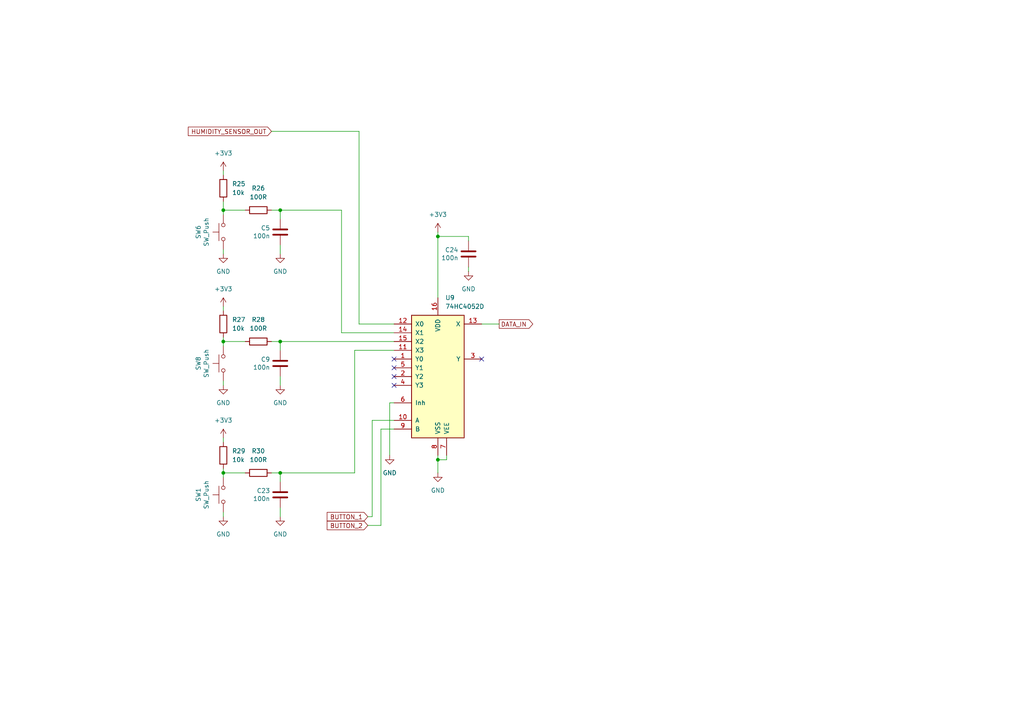
<source format=kicad_sch>
(kicad_sch (version 20250114) (generator "eeschema") (generator_version "9.0")
  (paper "A4")
  (lib_symbols
    (symbol "4xxx:4052" (pin_names (offset 1.016))
      (property "Reference" "U" (at -7.62 19.05 0))
      (property "Value" "4052" (at -7.62 -19.05 0))
      (symbol "4052_1_0"
        (pin passive line (at -12.7 15.24 0) (length 5.08) (name "X0") (number "12"))
        (pin passive line (at -12.7 12.7 0) (length 5.08) (name "X1") (number "14"))
        (pin passive line (at -12.7 10.16 0) (length 5.08) (name "X2") (number "15"))
        (pin passive line (at -12.7 7.62 0) (length 5.08) (name "X3") (number "11"))
        (pin passive line (at -12.7 5.08 0) (length 5.08) (name "Y0") (number "1"))
        (pin passive line (at -12.7 2.54 0) (length 5.08) (name "Y1") (number "5"))
        (pin passive line (at -12.7 0 0) (length 5.08) (name "Y2") (number "2"))
        (pin passive line (at -12.7 -2.54 0) (length 5.08) (name "Y3") (number "4"))
        (pin input line (at -12.7 -7.62 0) (length 5.08) (name "Inh") (number "6"))
        (pin input line (at -12.7 -12.7 0) (length 5.08) (name "A") (number "10"))
        (pin input line (at -12.7 -15.24 0) (length 5.08) (name "B") (number "9"))
        (pin power_in line (at 0 22.86 270) (length 5.08) (name "VDD") (number "16"))
        (pin power_in line (at 0 -22.86 90) (length 5.08) (name "VSS") (number "8"))
        (pin power_in line (at 2.54 -22.86 90) (length 5.08) (name "VEE") (number "7"))
        (pin passive line (at 12.7 15.24 180) (length 5.08) (name "X") (number "13"))
        (pin passive line (at 12.7 5.08 180) (length 5.08) (name "Y") (number "3"))
      )
      (symbol "4052_1_1"
        (rectangle (start -7.62 17.78) (end 7.62 -17.78) (stroke (width 0.254)) (fill (type background)))
      )
    )
    (symbol "Device:C" (pin_numbers (hide yes)) (pin_names (offset 0.254))
      (property "Reference" "C" (at 0.635 2.54 0))
      (property "Value" "C" (at 0.635 -2.54 0))
      (symbol "C_0_1"
        (polyline (pts (xy -2.032 0.762) (xy 2.032 0.762)) (stroke (width 0.508)))
        (polyline (pts (xy -2.032 -0.762) (xy 2.032 -0.762)) (stroke (width 0.508)))
      )
      (symbol "C_1_1"
        (pin passive line (at 0 3.81 270) (length 2.794) (name "~") (number "1"))
        (pin passive line (at 0 -3.81 90) (length 2.794) (name "~") (number "2"))
      )
    )
    (symbol "Device:R" (pin_numbers (hide yes)) (pin_names (offset 0))
      (property "Reference" "R" (at 2.032 0 90))
      (property "Value" "R" (at 0 0 90))
      (symbol "R_0_1"
        (rectangle (start -1.016 -2.54) (end 1.016 2.54) (stroke (width 0.254)))
      )
      (symbol "R_1_1"
        (pin passive line (at 0 3.81 270) (length 1.27) (name "~") (number "1"))
        (pin passive line (at 0 -3.81 90) (length 1.27) (name "~") (number "2"))
      )
    )
    (symbol "Switch:SW_Push" (pin_numbers (hide yes)) (pin_names (offset 1.016) (hide yes))
      (property "Reference" "SW" (at 1.27 2.54 0))
      (property "Value" "SW_Push" (at 0 -1.524 0))
      (symbol "SW_Push_0_1"
        (circle (center -2.032 0) (radius 0.508))
        (polyline (pts (xy 0 1.27) (xy 0 3.048)))
        (circle (center 2.032 0) (radius 0.508))
        (polyline (pts (xy 2.54 1.27) (xy -2.54 1.27)))
        (pin passive line (at -5.08 0 0) (length 2.54) (name "1") (number "1"))
        (pin passive line (at 5.08 0 180) (length 2.54) (name "2") (number "2"))
      )
    )
    (symbol "power:+3V3" (power) (pin_numbers (hide yes)) (pin_names (offset 0) (hide yes))
      (property "Value" "+3V3" (at 0 3.556 0))
      (symbol "+3V3_0_1"
        (polyline (pts (xy -0.762 1.27) (xy 0 2.54)))
        (polyline (pts (xy 0 2.54) (xy 0.762 1.27)))
        (polyline (pts (xy 0 0) (xy 0 2.54)))
      )
      (symbol "+3V3_1_1"
        (pin power_in line (at 0 0 90) (length 0) (name "~") (number "1"))
      )
    )
    (symbol "power:GND" (power) (pin_numbers (hide yes)) (pin_names (offset 0) (hide yes))
      (property "Value" "GND" (at 0 -3.81 0))
      (symbol "GND_0_1"
        (polyline (pts (xy 0 0) (xy 0 -1.27) (xy 1.27 -1.27) (xy 0 -2.54) (xy -1.27 -1.27) (xy 0 -1.27)))
      )
      (symbol "GND_1_1"
        (pin power_in line (at 0 0 270) (length 0) (name "~") (number "1"))
      )
    )
  )
  (junction (at 81.28 99.06))
  (junction (at 127 133.35))
  (junction (at 81.28 60.96))
  (junction (at 127 68.58))
  (junction (at 64.77 137.16))
  (junction (at 64.77 60.96))
  (junction (at 64.77 99.06))
  (junction (at 81.28 137.16))
  (no_connect (at 114.3 109.22))
  (no_connect (at 114.3 111.76))
  (no_connect (at 114.3 106.68))
  (no_connect (at 139.7 104.14))
  (no_connect (at 114.3 104.14))
  (wire (pts (xy 127 132.08) (xy 127 133.35)))
  (wire (pts (xy 99.06 96.52) (xy 114.3 96.52)))
  (wire (pts (xy 81.28 71.12) (xy 81.28 73.66)))
  (wire (pts (xy 114.3 93.98) (xy 104.14 93.98)))
  (wire (pts (xy 102.87 101.6) (xy 102.87 137.16)))
  (wire (pts (xy 129.54 132.08) (xy 129.54 133.35)))
  (wire (pts (xy 107.95 121.92) (xy 107.95 149.86)))
  (wire (pts (xy 78.74 38.1) (xy 104.14 38.1)))
  (wire (pts (xy 78.74 60.96) (xy 81.28 60.96)))
  (wire (pts (xy 110.49 124.46) (xy 110.49 152.4)))
  (wire (pts (xy 64.77 58.42) (xy 64.77 60.96)))
  (wire (pts (xy 81.28 147.32) (xy 81.28 149.86)))
  (wire (pts (xy 110.49 152.4) (xy 106.68 152.4)))
  (wire (pts (xy 114.3 121.92) (xy 107.95 121.92)))
  (wire (pts (xy 81.28 99.06) (xy 114.3 99.06)))
  (wire (pts (xy 104.14 38.1) (xy 104.14 93.98)))
  (wire (pts (xy 78.74 137.16) (xy 81.28 137.16)))
  (wire (pts (xy 113.03 116.84) (xy 113.03 132.08)))
  (wire (pts (xy 135.89 69.85) (xy 135.89 68.58)))
  (wire (pts (xy 81.28 139.7) (xy 81.28 137.16)))
  (wire (pts (xy 64.77 49.53) (xy 64.77 50.8)))
  (wire (pts (xy 64.77 137.16) (xy 64.77 138.43)))
  (wire (pts (xy 81.28 60.96) (xy 99.06 60.96)))
  (wire (pts (xy 135.89 78.74) (xy 135.89 77.47)))
  (wire (pts (xy 106.68 149.86) (xy 107.95 149.86)))
  (wire (pts (xy 99.06 60.96) (xy 99.06 96.52)))
  (wire (pts (xy 64.77 97.79) (xy 64.77 99.06)))
  (wire (pts (xy 127 133.35) (xy 127 137.16)))
  (wire (pts (xy 81.28 137.16) (xy 102.87 137.16)))
  (wire (pts (xy 64.77 127) (xy 64.77 128.27)))
  (wire (pts (xy 78.74 99.06) (xy 81.28 99.06)))
  (wire (pts (xy 64.77 135.89) (xy 64.77 137.16)))
  (wire (pts (xy 81.28 101.6) (xy 81.28 99.06)))
  (wire (pts (xy 113.03 116.84) (xy 114.3 116.84)))
  (wire (pts (xy 64.77 137.16) (xy 71.12 137.16)))
  (wire (pts (xy 64.77 99.06) (xy 64.77 100.33)))
  (wire (pts (xy 64.77 72.39) (xy 64.77 73.66)))
  (wire (pts (xy 127 68.58) (xy 127 86.36)))
  (wire (pts (xy 127 67.31) (xy 127 68.58)))
  (wire (pts (xy 127 133.35) (xy 129.54 133.35)))
  (wire (pts (xy 114.3 124.46) (xy 110.49 124.46)))
  (wire (pts (xy 64.77 148.59) (xy 64.77 149.86)))
  (wire (pts (xy 114.3 101.6) (xy 102.87 101.6)))
  (wire (pts (xy 81.28 63.5) (xy 81.28 60.96)))
  (wire (pts (xy 64.77 110.49) (xy 64.77 111.76)))
  (wire (pts (xy 139.7 93.98) (xy 144.78 93.98)))
  (wire (pts (xy 64.77 99.06) (xy 71.12 99.06)))
  (wire (pts (xy 135.89 68.58) (xy 127 68.58)))
  (wire (pts (xy 64.77 88.9) (xy 64.77 90.17)))
  (wire (pts (xy 64.77 60.96) (xy 71.12 60.96)))
  (wire (pts (xy 81.28 109.22) (xy 81.28 111.76)))
  (wire (pts (xy 64.77 60.96) (xy 64.77 62.23)))
  (global_label "BUTTON_2" (shape input) (at 106.68 152.4 180) (property "Intersheetrefs" "${INTERSHEET_REFS}" (effects (hide yes))))
  (global_label "HUMIDITY_SENSOR_OUT" (shape input) (at 78.74 38.1 180) (property "Intersheetrefs" "${INTERSHEET_REFS}" (effects (hide yes))))
  (global_label "DATA_IN" (shape output) (at 144.78 93.98 0) (property "Intersheetrefs" "${INTERSHEET_REFS}" (effects (hide yes))))
  (global_label "BUTTON_1" (shape input) (at 106.68 149.86 180) (property "Intersheetrefs" "${INTERSHEET_REFS}" (effects (hide yes))))
  (symbol (lib_id "power:GND") (at 64.77 111.76 0) (unit 1)
    (property "Reference" "#PWR071" (effects (hide yes)))
    (property "Value" "GND" (at 64.77 116.84 0))
    (property "Description" "Power symbol creates a global label with name \"GND\" , ground" (effects (hide yes)))
  )
  (symbol (lib_id "Switch:SW_Push") (at 64.77 105.41 90) (unit 1)
    (property "Reference" "SW8" (at 57.531 105.41 0))
    (property "Value" "SW_Push" (at 59.8424 105.41 0))
    (property "Footprint" "Button_Switch_SMD:SW_SPST_PTS645" (effects (hide yes)))
    (property "Description" "Push button switch, generic, two pins" (effects (hide yes)))
  )
  (symbol (lib_id "Device:R") (at 64.77 132.08 0) (mirror y) (unit 1)
    (property "Reference" "R29" (at 67.31 130.8099 0) (effects (justify right)))
    (property "Value" "10k" (at 67.31 133.3499 0) (effects (justify right)))
    (property "Footprint" "Resistor_SMD:R_0805_2012Metric" (effects (hide yes)))
    (property "Description" "Resistor" (effects (hide yes)))
  )
  (symbol (lib_id "Device:R") (at 74.93 137.16 90) (mirror x) (unit 1)
    (property "Reference" "R30" (at 74.93 130.81 90))
    (property "Value" "100R" (at 74.93 133.35 90))
    (property "Footprint" "Resistor_SMD:R_0805_2012Metric" (effects (hide yes)))
    (property "Description" "Resistor" (effects (hide yes)))
  )
  (symbol (lib_id "power:GND") (at 81.28 73.66 0) (unit 1)
    (property "Reference" "#PWR068" (effects (hide yes)))
    (property "Value" "GND" (at 81.28 78.74 0))
    (property "Description" "Power symbol creates a global label with name \"GND\" , ground" (effects (hide yes)))
  )
  (symbol (lib_id "power:GND") (at 113.03 132.08 0) (unit 1)
    (property "Reference" "#PWR082" (effects (hide yes)))
    (property "Value" "GND" (at 113.03 137.16 0))
    (property "Description" "Power symbol creates a global label with name \"GND\" , ground" (effects (hide yes)))
  )
  (symbol (lib_id "Device:C") (at 81.28 67.31 0) (mirror y) (unit 1)
    (property "Reference" "C5" (at 78.359 66.1416 0) (effects (justify left)))
    (property "Value" "100n" (at 78.359 68.453 0) (effects (justify left)))
    (property "Footprint" "Capacitor_SMD:C_0805_2012Metric" (effects (hide yes)))
    (property "Description" "Unpolarized capacitor" (effects (hide yes)))
  )
  (symbol (lib_id "Switch:SW_Push") (at 64.77 143.51 90) (unit 1)
    (property "Reference" "SW1" (at 57.531 143.51 0))
    (property "Value" "SW_Push" (at 59.8424 143.51 0))
    (property "Footprint" "Button_Switch_SMD:SW_SPST_PTS645" (effects (hide yes)))
    (property "Description" "Push button switch, generic, two pins" (effects (hide yes)))
  )
  (symbol (lib_id "power:GND") (at 127 137.16 0) (unit 1)
    (property "Reference" "#PWR083" (effects (hide yes)))
    (property "Value" "GND" (at 127 142.24 0))
    (property "Description" "Power symbol creates a global label with name \"GND\" , ground" (effects (hide yes)))
  )
  (symbol (lib_id "Device:C") (at 81.28 105.41 0) (mirror y) (unit 1)
    (property "Reference" "C9" (at 78.359 104.2416 0) (effects (justify left)))
    (property "Value" "100n" (at 78.359 106.553 0) (effects (justify left)))
    (property "Footprint" "Capacitor_SMD:C_0805_2012Metric" (effects (hide yes)))
    (property "Description" "Unpolarized capacitor" (effects (hide yes)))
  )
  (symbol (lib_id "power:GND") (at 64.77 73.66 0) (unit 1)
    (property "Reference" "#PWR055" (effects (hide yes)))
    (property "Value" "GND" (at 64.77 78.74 0))
    (property "Description" "Power symbol creates a global label with name \"GND\" , ground" (effects (hide yes)))
  )
  (symbol (lib_id "power:GND") (at 135.89 78.74 0) (unit 1)
    (property "Reference" "#PWR081" (effects (hide yes)))
    (property "Value" "GND" (at 135.89 83.82 0))
    (property "Description" "Power symbol creates a global label with name \"GND\" , ground" (effects (hide yes)))
  )
  (symbol (lib_id "Device:R") (at 74.93 99.06 90) (mirror x) (unit 1)
    (property "Reference" "R28" (at 74.93 92.71 90))
    (property "Value" "100R" (at 74.93 95.25 90))
    (property "Footprint" "Resistor_SMD:R_0805_2012Metric" (effects (hide yes)))
    (property "Description" "Resistor" (effects (hide yes)))
  )
  (symbol (lib_id "Device:C") (at 81.28 143.51 0) (mirror y) (unit 1)
    (property "Reference" "C23" (at 78.359 142.3416 0) (effects (justify left)))
    (property "Value" "100n" (at 78.359 144.653 0) (effects (justify left)))
    (property "Footprint" "Capacitor_SMD:C_0805_2012Metric" (effects (hide yes)))
    (property "Description" "Unpolarized capacitor" (effects (hide yes)))
  )
  (symbol (lib_id "power:GND") (at 81.28 149.86 0) (unit 1)
    (property "Reference" "#PWR079" (effects (hide yes)))
    (property "Value" "GND" (at 81.28 154.94 0))
    (property "Description" "Power symbol creates a global label with name \"GND\" , ground" (effects (hide yes)))
  )
  (symbol (lib_id "power:GND") (at 64.77 149.86 0) (unit 1)
    (property "Reference" "#PWR078" (effects (hide yes)))
    (property "Value" "GND" (at 64.77 154.94 0))
    (property "Description" "Power symbol creates a global label with name \"GND\" , ground" (effects (hide yes)))
  )
  (symbol (lib_id "power:+3V3") (at 64.77 88.9 0) (unit 1)
    (property "Reference" "#PWR070" (effects (hide yes)))
    (property "Value" "+3V3" (at 64.77 83.82 0))
    (property "Description" "Power symbol creates a global label with name \"+3V3\"" (effects (hide yes)))
  )
  (symbol (lib_id "power:GND") (at 81.28 111.76 0) (unit 1)
    (property "Reference" "#PWR072" (effects (hide yes)))
    (property "Value" "GND" (at 81.28 116.84 0))
    (property "Description" "Power symbol creates a global label with name \"GND\" , ground" (effects (hide yes)))
  )
  (symbol (lib_id "4xxx:4052") (at 127 109.22 0) (unit 1)
    (property "Reference" "U9" (at 129.1433 86.36 0) (effects (justify left)))
    (property "Value" "74HC4052D" (at 129.1433 88.9 0) (effects (justify left)))
    (property "Footprint" "Package_SO:SO-16_3.9x9.9mm_P1.27mm" (effects (hide yes)))
    (property "Datasheet" "http://www.intersil.com/content/dam/Intersil/documents/cd40/cd4051bms-52bms-53bms.pdf" (effects (hide yes)))
    (property "Description" "Dual Analog Multiplexer 4 to 1 line" (effects (hide yes)))
  )
  (symbol (lib_id "power:+3V3") (at 64.77 49.53 0) (unit 1)
    (property "Reference" "#PWR069" (effects (hide yes)))
    (property "Value" "+3V3" (at 64.77 44.45 0))
    (property "Description" "Power symbol creates a global label with name \"+3V3\"" (effects (hide yes)))
  )
  (symbol (lib_id "Device:R") (at 74.93 60.96 90) (mirror x) (unit 1)
    (property "Reference" "R26" (at 74.93 54.61 90))
    (property "Value" "100R" (at 74.93 57.15 90))
    (property "Footprint" "Resistor_SMD:R_0805_2012Metric" (effects (hide yes)))
    (property "Description" "Resistor" (effects (hide yes)))
  )
  (symbol (lib_id "power:+3V3") (at 64.77 127 0) (unit 1)
    (property "Reference" "#PWR077" (effects (hide yes)))
    (property "Value" "+3V3" (at 64.77 121.92 0))
    (property "Description" "Power symbol creates a global label with name \"+3V3\"" (effects (hide yes)))
  )
  (symbol (lib_id "Device:R") (at 64.77 93.98 0) (mirror y) (unit 1)
    (property "Reference" "R27" (at 67.31 92.7099 0) (effects (justify right)))
    (property "Value" "10k" (at 67.31 95.2499 0) (effects (justify right)))
    (property "Footprint" "Resistor_SMD:R_0805_2012Metric" (effects (hide yes)))
    (property "Description" "Resistor" (effects (hide yes)))
  )
  (symbol (lib_id "power:+3V3") (at 127 67.31 0) (unit 1)
    (property "Reference" "#PWR080" (effects (hide yes)))
    (property "Value" "+3V3" (at 127 62.23 0))
    (property "Description" "Power symbol creates a global label with name \"+3V3\"" (effects (hide yes)))
  )
  (symbol (lib_id "Switch:SW_Push") (at 64.77 67.31 90) (unit 1)
    (property "Reference" "SW6" (at 57.531 67.31 0))
    (property "Value" "SW_Push" (at 59.8424 67.31 0))
    (property "Footprint" "Button_Switch_SMD:SW_SPST_PTS645" (effects (hide yes)))
    (property "Description" "Push button switch, generic, two pins" (effects (hide yes)))
  )
  (symbol (lib_id "Device:R") (at 64.77 54.61 0) (mirror y) (unit 1)
    (property "Reference" "R25" (at 67.31 53.3399 0) (effects (justify right)))
    (property "Value" "10k" (at 67.31 55.8799 0) (effects (justify right)))
    (property "Footprint" "Resistor_SMD:R_0805_2012Metric" (effects (hide yes)))
    (property "Description" "Resistor" (effects (hide yes)))
  )
  (symbol (lib_id "Device:C") (at 135.89 73.66 0) (mirror y) (unit 1)
    (property "Reference" "C24" (at 132.969 72.4916 0) (effects (justify left)))
    (property "Value" "100n" (at 132.969 74.803 0) (effects (justify left)))
    (property "Footprint" "Capacitor_SMD:C_0805_2012Metric" (effects (hide yes)))
    (property "Description" "Unpolarized capacitor" (effects (hide yes)))
  )
)
</source>
